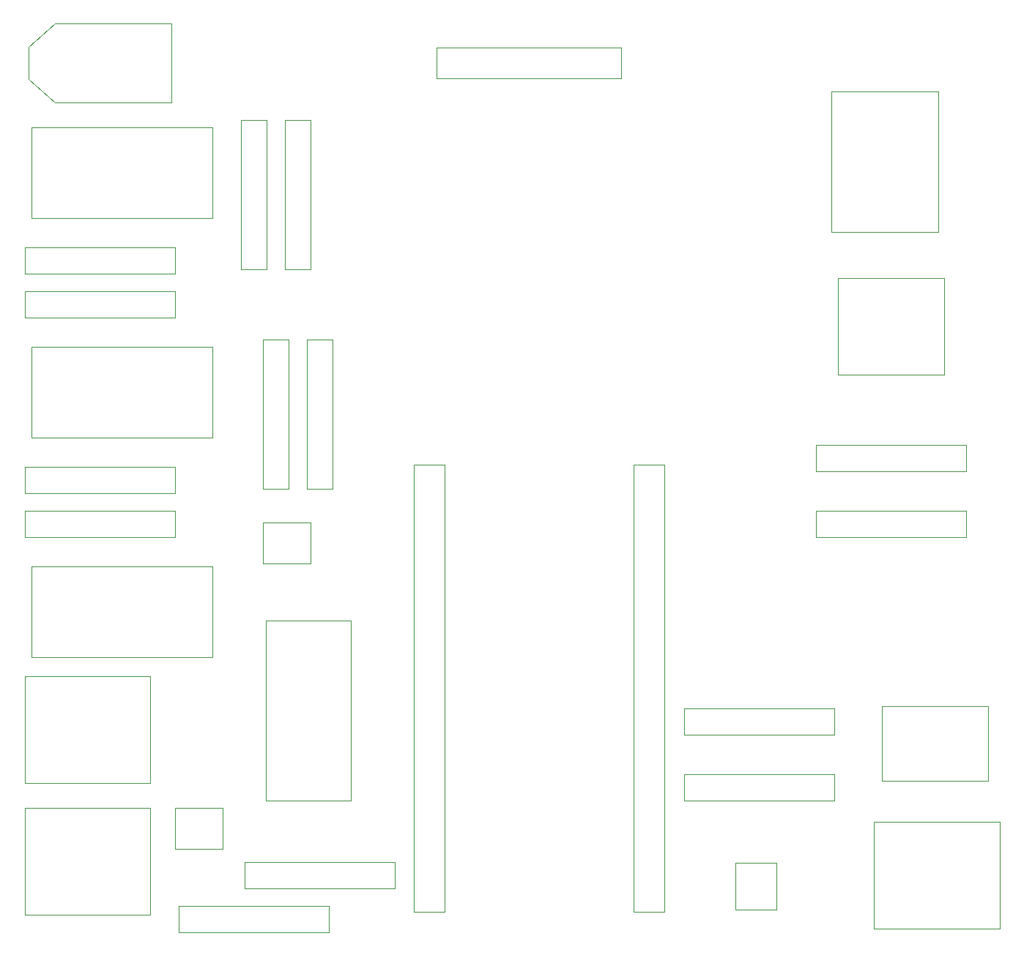
<source format=gbr>
%TF.GenerationSoftware,KiCad,Pcbnew,7.0.9-7.0.9~ubuntu22.04.1*%
%TF.CreationDate,2024-01-11T12:11:02+01:00*%
%TF.ProjectId,circuit,63697263-7569-4742-9e6b-696361645f70,rev?*%
%TF.SameCoordinates,Original*%
%TF.FileFunction,Other,User*%
%FSLAX46Y46*%
G04 Gerber Fmt 4.6, Leading zero omitted, Abs format (unit mm)*
G04 Created by KiCad (PCBNEW 7.0.9-7.0.9~ubuntu22.04.1) date 2024-01-11 12:11:02*
%MOMM*%
%LPD*%
G01*
G04 APERTURE LIST*
%ADD10C,0.050000*%
G04 APERTURE END LIST*
D10*
%TO.C,R7*%
X113260000Y-49750000D02*
X110260000Y-49750000D01*
X110260000Y-49750000D02*
X110260000Y-67090000D01*
X113260000Y-67090000D02*
X113260000Y-49750000D01*
X110260000Y-67090000D02*
X113260000Y-67090000D01*
%TO.C,R14*%
X80230000Y-64540000D02*
X80230000Y-67540000D01*
X80230000Y-67540000D02*
X97570000Y-67540000D01*
X97570000Y-64540000D02*
X80230000Y-64540000D01*
X97570000Y-67540000D02*
X97570000Y-64540000D01*
%TO.C,R3*%
X156430000Y-125500000D02*
X156430000Y-128500000D01*
X156430000Y-128500000D02*
X173770000Y-128500000D01*
X173770000Y-125500000D02*
X156430000Y-125500000D01*
X173770000Y-128500000D02*
X173770000Y-125500000D01*
%TO.C,R8*%
X108180000Y-49750000D02*
X105180000Y-49750000D01*
X105180000Y-49750000D02*
X105180000Y-67090000D01*
X108180000Y-67090000D02*
X108180000Y-49750000D01*
X105180000Y-67090000D02*
X108180000Y-67090000D01*
%TO.C,R5*%
X156430000Y-117880000D02*
X156430000Y-120880000D01*
X156430000Y-120880000D02*
X173770000Y-120880000D01*
X173770000Y-117880000D02*
X156430000Y-117880000D01*
X173770000Y-120880000D02*
X173770000Y-117880000D01*
%TO.C,R1*%
X80230000Y-95020000D02*
X80230000Y-98020000D01*
X80230000Y-98020000D02*
X97570000Y-98020000D01*
X97570000Y-95020000D02*
X80230000Y-95020000D01*
X97570000Y-98020000D02*
X97570000Y-95020000D01*
%TO.C,U2*%
X108120000Y-107670000D02*
X108120000Y-128520000D01*
X108120000Y-128520000D02*
X117920000Y-128520000D01*
X117920000Y-107670000D02*
X108120000Y-107670000D01*
X117920000Y-128520000D02*
X117920000Y-107670000D01*
%TO.C,R10*%
X189010000Y-98020000D02*
X189010000Y-95020000D01*
X189010000Y-95020000D02*
X171670000Y-95020000D01*
X171670000Y-98020000D02*
X189010000Y-98020000D01*
X171670000Y-95020000D02*
X171670000Y-98020000D01*
%TO.C,R12*%
X107720000Y-92490000D02*
X110720000Y-92490000D01*
X110720000Y-92490000D02*
X110720000Y-75150000D01*
X107720000Y-75150000D02*
X107720000Y-92490000D01*
X110720000Y-75150000D02*
X107720000Y-75150000D01*
%TO.C,Q4*%
X107760000Y-96330000D02*
X107760000Y-101070000D01*
X107760000Y-96330000D02*
X113220000Y-96330000D01*
X113220000Y-101070000D02*
X107760000Y-101070000D01*
X113220000Y-101070000D02*
X113220000Y-96330000D01*
%TO.C,U4*%
X101920000Y-101430000D02*
X80960000Y-101430000D01*
X80960000Y-101430000D02*
X80960000Y-111930000D01*
X101920000Y-111930000D02*
X101920000Y-101430000D01*
X80960000Y-111930000D02*
X101920000Y-111930000D01*
%TO.C,M1*%
X94690000Y-114120000D02*
X80190000Y-114120000D01*
X80190000Y-114120000D02*
X80190000Y-126520000D01*
X94690000Y-126520000D02*
X94690000Y-114120000D01*
X80190000Y-126520000D02*
X94690000Y-126520000D01*
%TO.C,R13*%
X80230000Y-69620000D02*
X80230000Y-72620000D01*
X80230000Y-72620000D02*
X97570000Y-72620000D01*
X97570000Y-69620000D02*
X80230000Y-69620000D01*
X97570000Y-72620000D02*
X97570000Y-69620000D01*
%TO.C,J3*%
X174165000Y-68060000D02*
X174165000Y-79260000D01*
X174165000Y-79260000D02*
X186515000Y-79260000D01*
X186515000Y-68060000D02*
X174165000Y-68060000D01*
X186515000Y-79260000D02*
X186515000Y-68060000D01*
%TO.C,R2*%
X97570000Y-92940000D02*
X97570000Y-89940000D01*
X97570000Y-89940000D02*
X80230000Y-89940000D01*
X80230000Y-92940000D02*
X97570000Y-92940000D01*
X80230000Y-89940000D02*
X80230000Y-92940000D01*
%TO.C,U3*%
X101920000Y-76030000D02*
X80960000Y-76030000D01*
X80960000Y-76030000D02*
X80960000Y-86530000D01*
X101920000Y-86530000D02*
X101920000Y-76030000D01*
X80960000Y-86530000D02*
X101920000Y-86530000D01*
%TO.C,Q1*%
X162370000Y-141160000D02*
X167110000Y-141160000D01*
X162370000Y-141160000D02*
X162370000Y-135700000D01*
X167110000Y-135700000D02*
X167110000Y-141160000D01*
X167110000Y-135700000D02*
X162370000Y-135700000D01*
%TO.C,U5*%
X101920000Y-50630000D02*
X80960000Y-50630000D01*
X80960000Y-50630000D02*
X80960000Y-61130000D01*
X101920000Y-61130000D02*
X101920000Y-50630000D01*
X80960000Y-61130000D02*
X101920000Y-61130000D01*
%TO.C,BT1*%
X80650000Y-41330000D02*
X83700000Y-38580000D01*
X80650000Y-45030000D02*
X80650000Y-41330000D01*
X83700000Y-38580000D02*
X97150000Y-38580000D01*
X83700000Y-47780000D02*
X80650000Y-45030000D01*
X97150000Y-38580000D02*
X97150000Y-47780000D01*
X97150000Y-47780000D02*
X83700000Y-47780000D01*
%TO.C,U1*%
X125200000Y-89640000D02*
X128750000Y-89640000D01*
X125200000Y-141440000D02*
X125200000Y-89640000D01*
X128750000Y-89640000D02*
X128750000Y-141440000D01*
X128750000Y-141440000D02*
X125200000Y-141440000D01*
X150600000Y-89640000D02*
X154150000Y-89640000D01*
X150600000Y-141440000D02*
X150600000Y-89640000D01*
X154150000Y-89640000D02*
X154150000Y-141440000D01*
X154150000Y-141440000D02*
X150600000Y-141440000D01*
%TO.C,D3*%
X94690000Y-129360000D02*
X80190000Y-129360000D01*
X80190000Y-129360000D02*
X80190000Y-141760000D01*
X94690000Y-141760000D02*
X94690000Y-129360000D01*
X80190000Y-141760000D02*
X94690000Y-141760000D01*
%TO.C,M2*%
X179245000Y-117595000D02*
X179245000Y-126245000D01*
X179245000Y-126245000D02*
X191595000Y-126245000D01*
X191595000Y-117595000D02*
X179245000Y-117595000D01*
X191595000Y-126245000D02*
X191595000Y-117595000D01*
%TO.C,J1*%
X149120000Y-41380000D02*
X149120000Y-44930000D01*
X127770000Y-41380000D02*
X149120000Y-41380000D01*
X149120000Y-44930000D02*
X127770000Y-44930000D01*
X127770000Y-44930000D02*
X127770000Y-41380000D01*
%TO.C,R11*%
X112800000Y-92490000D02*
X115800000Y-92490000D01*
X115800000Y-92490000D02*
X115800000Y-75150000D01*
X112800000Y-75150000D02*
X112800000Y-92490000D01*
X115800000Y-75150000D02*
X112800000Y-75150000D01*
%TO.C,R4*%
X115350000Y-143740000D02*
X115350000Y-140740000D01*
X115350000Y-140740000D02*
X98010000Y-140740000D01*
X98010000Y-143740000D02*
X115350000Y-143740000D01*
X98010000Y-140740000D02*
X98010000Y-143740000D01*
%TO.C,Q2*%
X97600000Y-129350000D02*
X97600000Y-134090000D01*
X97600000Y-129350000D02*
X103060000Y-129350000D01*
X103060000Y-134090000D02*
X97600000Y-134090000D01*
X103060000Y-134090000D02*
X103060000Y-129350000D01*
%TO.C,R9*%
X189010000Y-90400000D02*
X189010000Y-87400000D01*
X189010000Y-87400000D02*
X171670000Y-87400000D01*
X171670000Y-90400000D02*
X189010000Y-90400000D01*
X171670000Y-87400000D02*
X171670000Y-90400000D01*
%TO.C,D1*%
X178392500Y-143360000D02*
X192892500Y-143360000D01*
X192892500Y-143360000D02*
X192892500Y-130960000D01*
X178392500Y-130960000D02*
X178392500Y-143360000D01*
X192892500Y-130960000D02*
X178392500Y-130960000D01*
%TO.C,R6*%
X105630000Y-135660000D02*
X105630000Y-138660000D01*
X105630000Y-138660000D02*
X122970000Y-138660000D01*
X122970000Y-135660000D02*
X105630000Y-135660000D01*
X122970000Y-138660000D02*
X122970000Y-135660000D01*
%TO.C,J2*%
X173460000Y-46460000D02*
X173460000Y-62760000D01*
X173460000Y-62760000D02*
X185810000Y-62760000D01*
X185810000Y-46460000D02*
X173460000Y-46460000D01*
X185810000Y-62760000D02*
X185810000Y-46460000D01*
%TD*%
M02*

</source>
